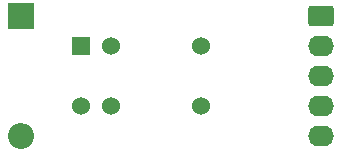
<source format=gbr>
%TF.GenerationSoftware,KiCad,Pcbnew,(6.0.6)*%
%TF.CreationDate,2022-08-11T14:40:49-05:00*%
%TF.ProjectId,RelayHK4100F,52656c61-7948-44b3-9431-3030462e6b69,rev?*%
%TF.SameCoordinates,Original*%
%TF.FileFunction,Soldermask,Top*%
%TF.FilePolarity,Negative*%
%FSLAX46Y46*%
G04 Gerber Fmt 4.6, Leading zero omitted, Abs format (unit mm)*
G04 Created by KiCad (PCBNEW (6.0.6)) date 2022-08-11 14:40:49*
%MOMM*%
%LPD*%
G01*
G04 APERTURE LIST*
G04 Aperture macros list*
%AMRoundRect*
0 Rectangle with rounded corners*
0 $1 Rounding radius*
0 $2 $3 $4 $5 $6 $7 $8 $9 X,Y pos of 4 corners*
0 Add a 4 corners polygon primitive as box body*
4,1,4,$2,$3,$4,$5,$6,$7,$8,$9,$2,$3,0*
0 Add four circle primitives for the rounded corners*
1,1,$1+$1,$2,$3*
1,1,$1+$1,$4,$5*
1,1,$1+$1,$6,$7*
1,1,$1+$1,$8,$9*
0 Add four rect primitives between the rounded corners*
20,1,$1+$1,$2,$3,$4,$5,0*
20,1,$1+$1,$4,$5,$6,$7,0*
20,1,$1+$1,$6,$7,$8,$9,0*
20,1,$1+$1,$8,$9,$2,$3,0*%
G04 Aperture macros list end*
%ADD10C,1.524000*%
%ADD11R,1.524000X1.524000*%
%ADD12O,2.190000X1.740000*%
%ADD13RoundRect,0.250000X-0.845000X0.620000X-0.845000X-0.620000X0.845000X-0.620000X0.845000X0.620000X0*%
%ADD14R,2.200000X2.200000*%
%ADD15O,2.200000X2.200000*%
G04 APERTURE END LIST*
D10*
%TO.C,K1*%
X129540000Y-88900000D03*
X129540000Y-83820000D03*
X121920000Y-88900000D03*
X121920000Y-83820000D03*
X119380000Y-88900000D03*
D11*
X119380000Y-83820000D03*
%TD*%
D12*
%TO.C,J1*%
X139700000Y-91440000D03*
X139700000Y-88900000D03*
X139700000Y-86360000D03*
X139700000Y-83820000D03*
D13*
X139700000Y-81280000D03*
%TD*%
D14*
%TO.C,D1*%
X114300000Y-81280000D03*
D15*
X114300000Y-91440000D03*
%TD*%
M02*

</source>
